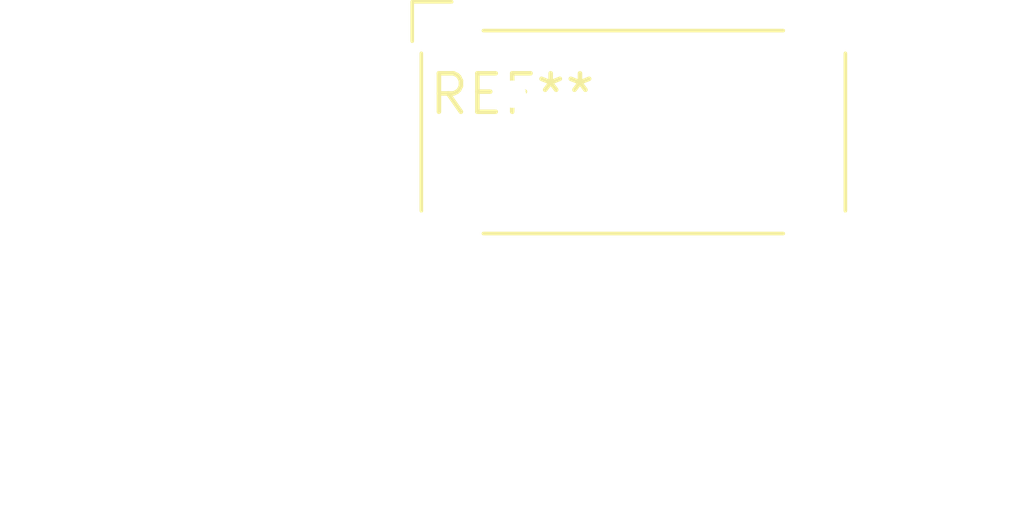
<source format=kicad_pcb>
(kicad_pcb (version 20240108) (generator pcbnew)
  (layers (0 "F.Cu" signal) (31 "B.Cu" signal) (34 "B.Paste" user) (35 "F.Paste" user) (36 "B.SilkS" user "B.Silkscreen") (37 "F.SilkS" user "F.Silkscreen") (38 "B.Mask" user) (39 "F.Mask" user) (44 "Edge.Cuts" user))
  (net 0 "")
  (footprint "SW_E-Switch_EG1224_SPDT_Angled" (layer "F.Cu") (at 0 0)
    (property "Reference" "REF**")
    (property "Value" "SW_E-Switch_EG1224_SPDT_Angled")
    (fp_line (start -3.3 -3.05) (end -2 -3.05) (layer "F.SilkS") (stroke (width 0.12)))
    (fp_line (start -3.3 -1.75) (end -3.3 -3.05) (layer "F.SilkS") (stroke (width 0.12)))
    (fp_line (start -3 3.85) (end -3 -1.35) (layer "F.SilkS") (stroke (width 0.12)))
    (fp_line (start -0.95 -2.1) (end 8.95 -2.1) (layer "F.SilkS") (stroke (width 0.12)))
    (fp_line (start 8.95 4.6) (end -0.95 4.6) (layer "F.SilkS") (stroke (width 0.12)))
    (fp_line (start 11 -1.35) (end 11 3.85) (layer "F.SilkS") (stroke (width 0.12)))
    (pad "" thru_hole circle (at -2 -1.75) (size 2 2) (drill 1.2) (layers *.Cu *.Mask) (remove_unused_layers))
    (pad "" thru_hole circle (at -2 4.25) (size 2 2) (drill 1.2) (layers *.Cu *.Mask) (remove_unused_layers))
    (pad "" thru_hole circle (at 10 -1.75) (size 2 2) (drill 1.2) (layers *.Cu *.Mask) (remove_unused_layers))
    (pad "" thru_hole circle (at 10 4.25) (size 2 2) (drill 1.2) (layers *.Cu *.Mask) (remove_unused_layers))
    (pad "1" thru_hole circle (at 0 0) (size 1.7 1.7) (drill 0.9) (layers *.Cu *.Mask) (remove_unused_layers))
    (pad "2" thru_hole circle (at 4 0) (size 1.7 1.7) (drill 0.9) (layers *.Cu *.Mask) (remove_unused_layers))
    (pad "3" thru_hole circle (at 8 0) (size 1.7 1.7) (drill 0.9) (layers *.Cu *.Mask) (remove_unused_layers))
  )
)
</source>
